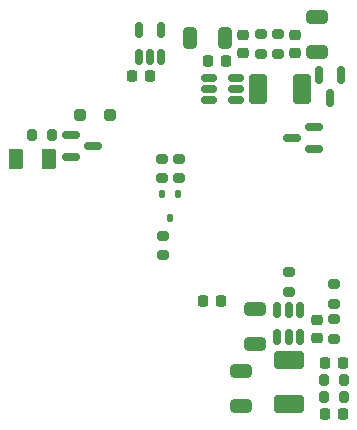
<source format=gbr>
%TF.GenerationSoftware,KiCad,Pcbnew,9.0.4*%
%TF.CreationDate,2026-01-28T15:28:05+01:00*%
%TF.ProjectId,ShiroFPV_Flight_Controller,53686972-6f46-4505-965f-466c69676874,2026-01-27*%
%TF.SameCoordinates,PX7bfa480PYb532b80*%
%TF.FileFunction,Paste,Bot*%
%TF.FilePolarity,Positive*%
%FSLAX46Y46*%
G04 Gerber Fmt 4.6, Leading zero omitted, Abs format (unit mm)*
G04 Created by KiCad (PCBNEW 9.0.4) date 2026-01-28 15:28:05*
%MOMM*%
%LPD*%
G01*
G04 APERTURE LIST*
G04 Aperture macros list*
%AMRoundRect*
0 Rectangle with rounded corners*
0 $1 Rounding radius*
0 $2 $3 $4 $5 $6 $7 $8 $9 X,Y pos of 4 corners*
0 Add a 4 corners polygon primitive as box body*
4,1,4,$2,$3,$4,$5,$6,$7,$8,$9,$2,$3,0*
0 Add four circle primitives for the rounded corners*
1,1,$1+$1,$2,$3*
1,1,$1+$1,$4,$5*
1,1,$1+$1,$6,$7*
1,1,$1+$1,$8,$9*
0 Add four rect primitives between the rounded corners*
20,1,$1+$1,$2,$3,$4,$5,0*
20,1,$1+$1,$4,$5,$6,$7,0*
20,1,$1+$1,$6,$7,$8,$9,0*
20,1,$1+$1,$8,$9,$2,$3,0*%
G04 Aperture macros list end*
%ADD10RoundRect,0.225000X-0.225000X-0.250000X0.225000X-0.250000X0.225000X0.250000X-0.225000X0.250000X0*%
%ADD11RoundRect,0.225000X0.250000X-0.225000X0.250000X0.225000X-0.250000X0.225000X-0.250000X-0.225000X0*%
%ADD12RoundRect,0.200000X0.275000X-0.200000X0.275000X0.200000X-0.275000X0.200000X-0.275000X-0.200000X0*%
%ADD13RoundRect,0.250000X-0.375000X-0.625000X0.375000X-0.625000X0.375000X0.625000X-0.375000X0.625000X0*%
%ADD14RoundRect,0.200000X-0.275000X0.200000X-0.275000X-0.200000X0.275000X-0.200000X0.275000X0.200000X0*%
%ADD15RoundRect,0.225000X0.225000X0.250000X-0.225000X0.250000X-0.225000X-0.250000X0.225000X-0.250000X0*%
%ADD16RoundRect,0.150000X0.587500X0.150000X-0.587500X0.150000X-0.587500X-0.150000X0.587500X-0.150000X0*%
%ADD17RoundRect,0.225000X-0.250000X0.225000X-0.250000X-0.225000X0.250000X-0.225000X0.250000X0.225000X0*%
%ADD18RoundRect,0.250000X0.650000X-0.325000X0.650000X0.325000X-0.650000X0.325000X-0.650000X-0.325000X0*%
%ADD19RoundRect,0.200000X0.200000X0.275000X-0.200000X0.275000X-0.200000X-0.275000X0.200000X-0.275000X0*%
%ADD20RoundRect,0.250000X0.250000X0.250000X-0.250000X0.250000X-0.250000X-0.250000X0.250000X-0.250000X0*%
%ADD21RoundRect,0.150000X0.150000X-0.512500X0.150000X0.512500X-0.150000X0.512500X-0.150000X-0.512500X0*%
%ADD22RoundRect,0.112500X-0.112500X-0.237500X0.112500X-0.237500X0.112500X0.237500X-0.112500X0.237500X0*%
%ADD23RoundRect,0.250000X-0.650000X0.325000X-0.650000X-0.325000X0.650000X-0.325000X0.650000X0.325000X0*%
%ADD24RoundRect,0.250001X-0.999999X0.499999X-0.999999X-0.499999X0.999999X-0.499999X0.999999X0.499999X0*%
%ADD25RoundRect,0.150000X0.512500X0.150000X-0.512500X0.150000X-0.512500X-0.150000X0.512500X-0.150000X0*%
%ADD26RoundRect,0.250000X0.325000X0.650000X-0.325000X0.650000X-0.325000X-0.650000X0.325000X-0.650000X0*%
%ADD27RoundRect,0.150000X-0.150000X0.587500X-0.150000X-0.587500X0.150000X-0.587500X0.150000X0.587500X0*%
%ADD28RoundRect,0.250001X-0.499999X-0.999999X0.499999X-0.999999X0.499999X0.999999X-0.499999X0.999999X0*%
%ADD29RoundRect,0.200000X-0.200000X-0.275000X0.200000X-0.275000X0.200000X0.275000X-0.200000X0.275000X0*%
%ADD30RoundRect,0.150000X-0.587500X-0.150000X0.587500X-0.150000X0.587500X0.150000X-0.587500X0.150000X0*%
G04 APERTURE END LIST*
D10*
%TO.C,C5*%
X-75413148Y145247500D03*
X-73863148Y145247500D03*
%TD*%
D11*
%TO.C,C17*%
X-61593148Y147207500D03*
X-61593148Y148757500D03*
%TD*%
D12*
%TO.C,R21*%
X-58250648Y126002500D03*
X-58250648Y127652500D03*
%TD*%
D13*
%TO.C,F1*%
X-85225648Y138242500D03*
X-82425648Y138242500D03*
%TD*%
D14*
%TO.C,R22*%
X-71415648Y138277500D03*
X-71415648Y136627500D03*
%TD*%
D15*
%TO.C,C2*%
X-67408148Y146582500D03*
X-68958148Y146582500D03*
%TD*%
D16*
%TO.C,Q2*%
X-60003148Y140977500D03*
X-60003148Y139077500D03*
X-61878148Y140027500D03*
%TD*%
D17*
%TO.C,C15*%
X-65968148Y148757500D03*
X-65968148Y147207500D03*
%TD*%
D12*
%TO.C,R2*%
X-64508148Y147157500D03*
X-64508148Y148807500D03*
%TD*%
D15*
%TO.C,C20*%
X-57530648Y121017500D03*
X-59080648Y121017500D03*
%TD*%
D18*
%TO.C,C14*%
X-64985648Y122582500D03*
X-64985648Y125532500D03*
%TD*%
D19*
%TO.C,R11*%
X-82193148Y140282500D03*
X-83843148Y140282500D03*
%TD*%
D20*
%TO.C,D1*%
X-77263148Y141982500D03*
X-79763148Y141982500D03*
%TD*%
D14*
%TO.C,R5*%
X-72753148Y131737500D03*
X-72753148Y130087500D03*
%TD*%
D12*
%TO.C,R1*%
X-63048148Y147157500D03*
X-63048148Y148807500D03*
%TD*%
D21*
%TO.C,U6*%
X-61185648Y123160000D03*
X-62135648Y123160000D03*
X-63085648Y123160000D03*
X-63085648Y125435000D03*
X-62135648Y125435000D03*
X-61185648Y125435000D03*
%TD*%
D15*
%TO.C,C4*%
X-67838148Y126247500D03*
X-69388148Y126247500D03*
%TD*%
D14*
%TO.C,R10*%
X-72880648Y138287500D03*
X-72880648Y136637500D03*
%TD*%
D11*
%TO.C,C16*%
X-59705648Y123097500D03*
X-59705648Y124647500D03*
%TD*%
D22*
%TO.C,Q3*%
X-72833148Y135272500D03*
X-71533148Y135272500D03*
X-72183148Y133272500D03*
%TD*%
D19*
%TO.C,R8*%
X-57480648Y119562500D03*
X-59130648Y119562500D03*
%TD*%
D23*
%TO.C,C19*%
X-66158148Y120272500D03*
X-66158148Y117322500D03*
%TD*%
D24*
%TO.C,L2*%
X-62135648Y121247500D03*
X-62135648Y117547500D03*
%TD*%
D25*
%TO.C,U5*%
X-66615648Y145102500D03*
X-66615648Y144152500D03*
X-66615648Y143202500D03*
X-68890648Y143202500D03*
X-68890648Y144152500D03*
X-68890648Y145102500D03*
%TD*%
D18*
%TO.C,C18*%
X-59713148Y147332500D03*
X-59713148Y150282500D03*
%TD*%
D12*
%TO.C,R27*%
X-58250648Y123047500D03*
X-58250648Y124697500D03*
%TD*%
D26*
%TO.C,C38*%
X-67528148Y148457500D03*
X-70478148Y148457500D03*
%TD*%
D10*
%TO.C,C22*%
X-59080648Y116647500D03*
X-57530648Y116647500D03*
%TD*%
D21*
%TO.C,U7*%
X-72910648Y146890000D03*
X-73860648Y146890000D03*
X-74810648Y146890000D03*
X-74810648Y149165000D03*
X-72910648Y149165000D03*
%TD*%
D27*
%TO.C,D4*%
X-59558148Y145322500D03*
X-57658148Y145322500D03*
X-58608148Y143447500D03*
%TD*%
D14*
%TO.C,R9*%
X-62135648Y128652500D03*
X-62135648Y127002500D03*
%TD*%
D28*
%TO.C,L1*%
X-64703148Y144152500D03*
X-61003148Y144152500D03*
%TD*%
D29*
%TO.C,R7*%
X-59130648Y118107500D03*
X-57480648Y118107500D03*
%TD*%
D30*
%TO.C,Q1*%
X-80548148Y138382500D03*
X-80548148Y140282500D03*
X-78673148Y139332500D03*
%TD*%
M02*

</source>
